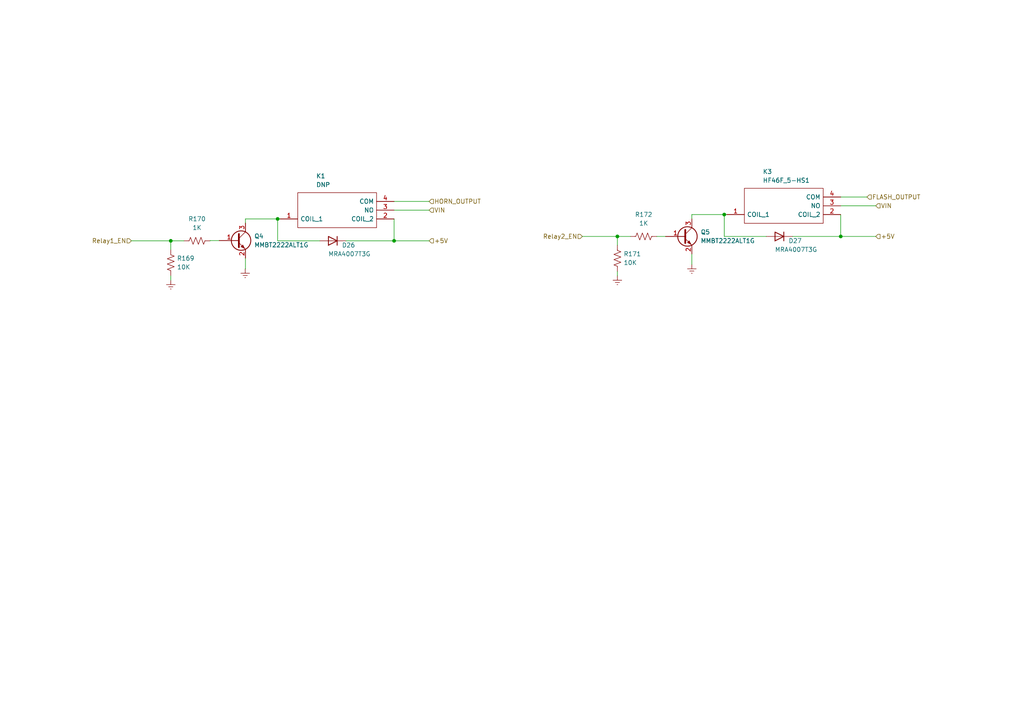
<source format=kicad_sch>
(kicad_sch (version 20231120) (generator "eeschema") (generator_version "8.0")
  (paper "A4")
  (lib_symbols
    (symbol "Device:D" (pin_numbers hide) (pin_names (offset 1.016) hide)
      (property "Reference" "D" (at 0 2.54 0))
      (property "Value" "D" (at 0 -2.54 0))
      (symbol "D_0_1"
        (polyline (pts (xy -1.27 1.27) (xy -1.27 -1.27)) (stroke (width 0.254)))
        (polyline (pts (xy 1.27 0) (xy -1.27 0)))
        (polyline (pts (xy 1.27 1.27) (xy 1.27 -1.27) (xy -1.27 0) (xy 1.27 1.27)) (stroke (width 0.254)))
      )
      (symbol "D_1_1"
        (pin passive line (at -3.81 0 0) (length 2.54) (name "K") (number "1"))
        (pin passive line (at 3.81 0 180) (length 2.54) (name "A") (number "2"))
      )
    )
    (symbol "Device:R_US" (pin_numbers hide) (pin_names (offset 0))
      (property "Reference" "R" (at 2.54 0 90))
      (property "Value" "R_US" (at -2.54 0 90))
      (symbol "R_US_0_1"
        (polyline (pts (xy 0 -2.286) (xy 0 -2.54)))
        (polyline (pts (xy 0 2.286) (xy 0 2.54)))
        (polyline (pts (xy 0 -0.762) (xy 1.016 -1.143) (xy 0 -1.524) (xy -1.016 -1.905) (xy 0 -2.286)))
        (polyline (pts (xy 0 0.762) (xy 1.016 0.381) (xy 0 0) (xy -1.016 -0.381) (xy 0 -0.762)))
        (polyline (pts (xy 0 2.286) (xy 1.016 1.905) (xy 0 1.524) (xy -1.016 1.143) (xy 0 0.762)))
      )
      (symbol "R_US_1_1"
        (pin passive line (at 0 3.81 270) (length 1.27) (name "~") (number "1"))
        (pin passive line (at 0 -3.81 90) (length 1.27) (name "~") (number "2"))
      )
    )
    (symbol "HF46F:HF46F_5-HS1" (pin_names (offset 0.762))
      (property "Reference" "K" (at 29.21 7.62 0))
      (property "Value" "HF46F_5-HS1" (at 29.21 5.08 0))
      (symbol "HF46F_5-HS1_0_0"
        (pin passive line (at 33.02 0 180) (length 5.08) (name "COIL_1") (number "1"))
        (pin passive line (at 0 0 0) (length 5.08) (name "COIL_2") (number "2"))
        (pin passive line (at 0 -2.54 0) (length 5.08) (name "NO") (number "3"))
        (pin passive line (at 0 -5.08 0) (length 5.08) (name "COM") (number "4"))
      )
      (symbol "HF46F_5-HS1_0_1"
        (polyline (pts (xy 5.08 2.54) (xy 27.94 2.54) (xy 27.94 -7.62) (xy 5.08 -7.62) (xy 5.08 2.54)) (stroke (width 0.1524)))
      )
    )
    (symbol "Transistor_BJT:2N3055" (pin_names (offset 0) hide)
      (property "Reference" "Q" (at 5.08 1.905 0))
      (property "Value" "2N3055" (at 5.08 0 0))
      (symbol "2N3055_0_1"
        (polyline (pts (xy 0.635 0.635) (xy 2.54 2.54)))
        (polyline (pts (xy 0.635 -0.635) (xy 2.54 -2.54) (xy 2.54 -2.54)))
        (polyline (pts (xy 0.635 1.905) (xy 0.635 -1.905) (xy 0.635 -1.905)) (stroke (width 0.508)))
        (polyline (pts (xy 1.27 -1.778) (xy 1.778 -1.27) (xy 2.286 -2.286) (xy 1.27 -1.778) (xy 1.27 -1.778)) (fill (type outline)))
        (circle (center 1.27 0) (radius 2.8194) (stroke (width 0.254)))
      )
      (symbol "2N3055_1_1"
        (pin input line (at -5.08 0 0) (length 5.715) (name "B") (number "1"))
        (pin passive line (at 2.54 -5.08 90) (length 2.54) (name "E") (number "2"))
        (pin passive line (at 2.54 5.08 270) (length 2.54) (name "C") (number "3"))
      )
    )
    (symbol "power:Earth" (power) (pin_names (offset 0))
      (symbol "Earth_0_1"
        (polyline (pts (xy -0.635 -1.905) (xy 0.635 -1.905)))
        (polyline (pts (xy -0.127 -2.54) (xy 0.127 -2.54)))
        (polyline (pts (xy 0 -1.27) (xy 0 0)))
        (polyline (pts (xy 1.27 -1.27) (xy -1.27 -1.27)))
      )
      (symbol "Earth_1_1"
        (pin power_in line (at 0 0 270) (length 0) hide (name "Earth") (number "1"))
      )
    )
  )
  (junction (at 114.3 69.85))
  (junction (at 243.84 68.58))
  (junction (at 179.07 68.58))
  (junction (at 80.5252 63.5))
  (junction (at 49.53 69.85))
  (junction (at 210.0652 62.23))
  (wire (pts (xy 92.71 69.85) (xy 80.5252 69.85)))
  (wire (pts (xy 49.53 80.01) (xy 49.53 81.28)))
  (wire (pts (xy 114.3 63.5) (xy 114.3 69.85)))
  (wire (pts (xy 114.3 60.96) (xy 124.46 60.96)))
  (wire (pts (xy 243.84 62.23) (xy 243.84 68.58)))
  (wire (pts (xy 243.84 68.58) (xy 254 68.58)))
  (wire (pts (xy 71.1888 74.8588) (xy 71.1888 77.978)))
  (wire (pts (xy 200.66 62.23) (xy 210.0652 62.23)))
  (wire (pts (xy 179.07 68.58) (xy 182.88 68.58)))
  (wire (pts (xy 168.91 68.58) (xy 179.07 68.58)))
  (wire (pts (xy 114.3 58.42) (xy 124.46 58.42)))
  (wire (pts (xy 60.96 69.7788) (xy 60.96 69.85)))
  (wire (pts (xy 38.1 69.85) (xy 49.53 69.85)))
  (wire (pts (xy 200.66 63.5) (xy 200.66 62.23)))
  (wire (pts (xy 190.5 68.58) (xy 193.04 68.58)))
  (wire (pts (xy 179.07 78.74) (xy 179.07 80.01)))
  (wire (pts (xy 222.25 68.58) (xy 210.0652 68.58)))
  (wire (pts (xy 63.5688 69.7788) (xy 60.96 69.7788)))
  (wire (pts (xy 243.84 57.15) (xy 251.46 57.15)))
  (wire (pts (xy 210.0652 62.23) (xy 210.82 62.23)))
  (wire (pts (xy 71.1888 77.978) (xy 71.12 77.978)))
  (wire (pts (xy 200.66 73.66) (xy 200.66 76.708)))
  (wire (pts (xy 243.84 59.69) (xy 254 59.69)))
  (wire (pts (xy 71.1888 63.5) (xy 71.1888 64.6988)))
  (wire (pts (xy 100.33 69.85) (xy 114.3 69.85)))
  (wire (pts (xy 210.0652 68.58) (xy 210.0652 62.23)))
  (wire (pts (xy 49.53 69.85) (xy 49.53 72.39)))
  (wire (pts (xy 80.5252 63.5) (xy 81.28 63.5)))
  (wire (pts (xy 114.3 69.85) (xy 124.46 69.85)))
  (wire (pts (xy 179.07 68.58) (xy 179.07 71.12)))
  (wire (pts (xy 71.1888 63.5) (xy 80.5252 63.5)))
  (wire (pts (xy 80.5252 69.85) (xy 80.5252 63.5)))
  (wire (pts (xy 49.53 69.85) (xy 53.34 69.85)))
  (wire (pts (xy 229.87 68.58) (xy 243.84 68.58)))
  (hierarchical_label "HORN_OUTPUT" (shape input) (at 124.46 58.42 0))
  (hierarchical_label "+5V" (shape input) (at 124.46 69.85 0))
  (hierarchical_label "VIN" (shape input) (at 254 59.69 0))
  (hierarchical_label "Relay2_EN" (shape input) (at 168.91 68.58 180))
  (hierarchical_label "VIN" (shape input) (at 124.46 60.96 0))
  (hierarchical_label "+5V" (shape input) (at 254 68.58 0))
  (hierarchical_label "FLASH_OUTPUT" (shape input) (at 251.46 57.15 0))
  (hierarchical_label "Relay1_EN" (shape input) (at 38.1 69.85 180))
  (symbol (lib_id "Device:R_US") (at 57.15 69.85 90) (unit 1)
    (property "Reference" "R170" (at 57.15 63.5 90))
    (property "Value" "1K" (at 57.15 66.04 90))
    (property "Footprint" "Resistor_SMD:R_0603_1608Metric" (effects (hide yes)))
    (property "Description" "Resistor, US symbol" (effects (hide yes)))
    (property "MPN" "0603WAF1001T5E" (effects (hide yes)))
  )
  (symbol (lib_id "Device:R_US") (at 186.69 68.58 90) (unit 1)
    (property "Reference" "R172" (at 186.69 62.23 90))
    (property "Value" "1K" (at 186.69 64.77 90))
    (property "Footprint" "Resistor_SMD:R_0603_1608Metric" (effects (hide yes)))
    (property "Description" "Resistor, US symbol" (effects (hide yes)))
    (property "MPN" "0603WAF1001T5E" (effects (hide yes)))
  )
  (symbol (lib_id "power:Earth") (at 49.53 81.28 0) (unit 1)
    (property "Reference" "#PWR0202" (effects (hide yes)))
    (property "Value" "Earth" (effects (hide yes)))
    (property "Description" "Power symbol creates a global label with name \"Earth\"" (effects (hide yes)))
  )
  (symbol (lib_id "Device:R_US") (at 49.53 76.2 0) (unit 1)
    (property "Reference" "R169" (at 51.308 74.9299 0) (effects (justify left)))
    (property "Value" "10K" (at 51.308 77.4699 0) (effects (justify left)))
    (property "Footprint" "Resistor_SMD:R_0603_1608Metric" (effects (hide yes)))
    (property "Description" "Resistor, US symbol" (effects (hide yes)))
    (property "MPN" "0603WAF1002T5E" (effects (hide yes)))
  )
  (symbol (lib_id "Transistor_BJT:2N3055") (at 198.12 68.58 0) (unit 1)
    (property "Reference" "Q5" (at 203.2 67.3099 0) (effects (justify left)))
    (property "Value" "MMBT2222ALT1G" (at 203.2 69.8499 0) (effects (justify left)))
    (property "Footprint" "HDMI 2.0 TX:MMBT2222ALT1G" (effects (hide yes)))
    (property "Datasheet" "https://datasheet.lcsc.com/lcsc/2304140030_onsemi-MMBT2222ALT1G_C82460.pdf" (effects (hide yes)))
    (property "Description" "40V 225mW 100@150mA,10V 600mA NPN SOT-23(TO-236) Bipolar Transistors - BJT ROHS" (effects (hide yes)))
    (property "MPN" "MMBT2222A" (effects (hide yes)))
  )
  (symbol (lib_id "power:Earth") (at 179.07 80.01 0) (unit 1)
    (property "Reference" "#PWR0203" (effects (hide yes)))
    (property "Value" "Earth" (effects (hide yes)))
    (property "Description" "Power symbol creates a global label with name \"Earth\"" (effects (hide yes)))
  )
  (symbol (lib_id "HF46F:HF46F_5-HS1") (at 243.84 62.23 180) (unit 1)
    (property "Reference" "K3" (at 221.234 49.784 0) (effects (justify right)))
    (property "Value" "HF46F_5-HS1" (at 221.234 52.324 0) (effects (justify right)))
    (property "Footprint" "HF46F_5-HS1:HF46F5HS1" (effects (hide yes)))
    (property "Description" "Relay: electromagnetic; SPST-NO; Ucoil: 5VDC; 5A/250VAC; 5A/30VDC" (effects (hide yes)))
    (property "Height" "15.6" (effects (hide yes)))
    (property "Manufacturer_Name" "Hongfa" (effects (hide yes)))
    (property "Manufacturer_Part_Number" "HF46F/5-HS1" (effects (hide yes)))
    (property "MPN" "HF46F_5-HS1" (effects (hide yes)))
  )
  (symbol (lib_id "power:Earth") (at 71.12 77.978 0) (unit 1)
    (property "Reference" "#PWR0119" (effects (hide yes)))
    (property "Value" "Earth" (effects (hide yes)))
    (property "Description" "Power symbol creates a global label with name \"Earth\"" (effects (hide yes)))
  )
  (symbol (lib_id "Device:D") (at 226.06 68.58 180) (unit 1)
    (property "Reference" "D27" (at 230.632 69.85 0))
    (property "Value" "MRA4007T3G" (at 230.886 72.39 0))
    (property "Footprint" "Library:MRA4007T3G" (effects (hide yes)))
    (property "Description" "Diode" (effects (hide yes)))
    (property "Sim.Device" "D" (effects (hide yes)))
    (property "Sim.Pins" "1=K 2=A" (effects (hide yes)))
    (property "MPN" "MRA4007T3G" (effects (hide yes)))
  )
  (symbol (lib_id "Transistor_BJT:2N3055") (at 68.6488 69.7788 0) (unit 1)
    (property "Reference" "Q4" (at 73.7288 68.5087 0) (effects (justify left)))
    (property "Value" "MMBT2222ALT1G" (at 73.7288 71.0487 0) (effects (justify left)))
    (property "Footprint" "HDMI 2.0 TX:MMBT2222ALT1G" (effects (hide yes)))
    (property "Datasheet" "https://datasheet.lcsc.com/lcsc/2304140030_onsemi-MMBT2222ALT1G_C82460.pdf" (effects (hide yes)))
    (property "Description" "40V 225mW 100@150mA,10V 600mA NPN SOT-23(TO-236) Bipolar Transistors - BJT ROHS" (effects (hide yes)))
    (property "MPN" "MMBT2222A" (effects (hide yes)))
  )
  (symbol (lib_id "power:Earth") (at 200.66 76.708 0) (unit 1)
    (property "Reference" "#PWR0204" (effects (hide yes)))
    (property "Value" "Earth" (effects (hide yes)))
    (property "Description" "Power symbol creates a global label with name \"Earth\"" (effects (hide yes)))
  )
  (symbol (lib_id "Device:R_US") (at 179.07 74.93 0) (unit 1)
    (property "Reference" "R171" (at 180.848 73.6599 0) (effects (justify left)))
    (property "Value" "10K" (at 180.848 76.1999 0) (effects (justify left)))
    (property "Footprint" "Resistor_SMD:R_0603_1608Metric" (effects (hide yes)))
    (property "Description" "Resistor, US symbol" (effects (hide yes)))
    (property "MPN" "0603WAF1002T5E" (effects (hide yes)))
  )
  (symbol (lib_id "HF46F:HF46F_5-HS1") (at 114.3 63.5 180) (unit 1)
    (property "Reference" "K1" (at 91.694 51.054 0) (effects (justify right)))
    (property "Value" "DNP" (at 91.694 53.594 0) (effects (justify right)))
    (property "Footprint" "Footprint Library:HF46F5HS1" (effects (hide yes)))
    (property "Description" "Relay: electromagnetic; SPST-NO; Ucoil: 5VDC; 5A/250VAC; 5A/30VDC" (effects (hide yes)))
    (property "Height" "15.6" (effects (hide yes)))
    (property "Manufacturer_Name" "Hongfa" (effects (hide yes)))
    (property "Manufacturer_Part_Number" "HF46F/5-HS1" (effects (hide yes)))
    (property "MPN" "HF46F_5-HS1" (effects (hide yes)))
  )
  (symbol (lib_id "Device:D") (at 96.52 69.85 180) (unit 1)
    (property "Reference" "D26" (at 101.092 71.12 0))
    (property "Value" "MRA4007T3G" (at 101.346 73.66 0))
    (property "Footprint" "Library:MRA4007T3G" (effects (hide yes)))
    (property "Description" "Diode" (effects (hide yes)))
    (property "Sim.Device" "D" (effects (hide yes)))
    (property "Sim.Pins" "1=K 2=A" (effects (hide yes)))
    (property "MPN" "MRA4007T3G" (effects (hide yes)))
  )
)
</source>
